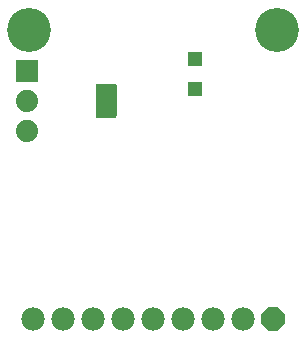
<source format=gbr>
G04 EAGLE Gerber RS-274X export*
G75*
%MOMM*%
%FSLAX34Y34*%
%LPD*%
%INSoldermask Bottom*%
%IPPOS*%
%AMOC8*
5,1,8,0,0,1.08239X$1,22.5*%
G01*
%ADD10R,1.803400X1.371600*%
%ADD11R,0.406400X0.838200*%
%ADD12R,1.203200X1.203200*%
%ADD13C,3.719200*%
%ADD14P,2.144431X8X292.500000*%
%ADD15C,1.981200*%
%ADD16R,1.879600X1.879600*%
%ADD17C,1.879600*%

G36*
X97738Y191046D02*
X97738Y191046D01*
X97857Y191053D01*
X97895Y191066D01*
X97936Y191071D01*
X98046Y191114D01*
X98159Y191151D01*
X98194Y191173D01*
X98231Y191188D01*
X98327Y191258D01*
X98428Y191321D01*
X98456Y191351D01*
X98489Y191374D01*
X98565Y191466D01*
X98646Y191553D01*
X98666Y191588D01*
X98691Y191619D01*
X98742Y191727D01*
X98800Y191831D01*
X98810Y191871D01*
X98827Y191907D01*
X98849Y192024D01*
X98879Y192139D01*
X98883Y192200D01*
X98887Y192220D01*
X98885Y192240D01*
X98889Y192300D01*
X98889Y217700D01*
X98874Y217818D01*
X98867Y217937D01*
X98854Y217975D01*
X98849Y218016D01*
X98806Y218126D01*
X98769Y218239D01*
X98747Y218274D01*
X98732Y218311D01*
X98663Y218407D01*
X98599Y218508D01*
X98569Y218536D01*
X98546Y218569D01*
X98454Y218645D01*
X98367Y218726D01*
X98332Y218746D01*
X98301Y218771D01*
X98193Y218822D01*
X98089Y218880D01*
X98049Y218890D01*
X98013Y218907D01*
X97896Y218929D01*
X97781Y218959D01*
X97721Y218963D01*
X97701Y218967D01*
X97680Y218965D01*
X97620Y218969D01*
X82380Y218969D01*
X82262Y218954D01*
X82143Y218947D01*
X82105Y218934D01*
X82064Y218929D01*
X81954Y218886D01*
X81841Y218849D01*
X81806Y218827D01*
X81769Y218812D01*
X81673Y218743D01*
X81572Y218679D01*
X81544Y218649D01*
X81511Y218626D01*
X81436Y218534D01*
X81354Y218447D01*
X81334Y218412D01*
X81309Y218381D01*
X81258Y218273D01*
X81200Y218169D01*
X81190Y218129D01*
X81173Y218093D01*
X81151Y217976D01*
X81121Y217861D01*
X81117Y217801D01*
X81113Y217781D01*
X81114Y217769D01*
X81113Y217766D01*
X81114Y217753D01*
X81111Y217700D01*
X81111Y192300D01*
X81126Y192182D01*
X81133Y192063D01*
X81146Y192025D01*
X81151Y191984D01*
X81194Y191874D01*
X81231Y191761D01*
X81253Y191726D01*
X81268Y191689D01*
X81338Y191593D01*
X81401Y191492D01*
X81431Y191464D01*
X81454Y191431D01*
X81546Y191356D01*
X81633Y191274D01*
X81668Y191254D01*
X81699Y191229D01*
X81807Y191178D01*
X81911Y191120D01*
X81951Y191110D01*
X81987Y191093D01*
X82104Y191071D01*
X82219Y191041D01*
X82280Y191037D01*
X82300Y191033D01*
X82320Y191035D01*
X82380Y191031D01*
X97620Y191031D01*
X97738Y191046D01*
G37*
D10*
X90000Y197380D03*
X90000Y212620D03*
D11*
X90000Y205000D03*
D12*
X165000Y240000D03*
X165000Y215000D03*
D13*
X25000Y265000D03*
X235000Y265000D03*
D14*
X231600Y20000D03*
D15*
X206200Y20000D03*
X180800Y20000D03*
X155400Y20000D03*
X130000Y20000D03*
X104600Y20000D03*
X79200Y20000D03*
X53800Y20000D03*
X28400Y20000D03*
D16*
X22860Y229870D03*
D17*
X22860Y204470D03*
X22860Y179070D03*
M02*

</source>
